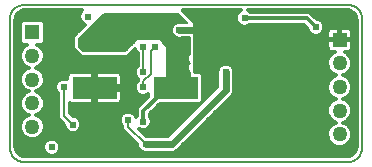
<source format=gtl>
G75*
G70*
%OFA0B0*%
%FSLAX24Y24*%
%IPPOS*%
%LPD*%
%AMOC8*
5,1,8,0,0,1.08239X$1,22.5*
%
%ADD10C,0.0060*%
%ADD11R,0.0500X0.0500*%
%ADD12C,0.0500*%
%ADD13R,0.1500X0.0750*%
%ADD14C,0.0240*%
%ADD15C,0.0120*%
%ADD16C,0.0080*%
%ADD17C,0.0220*%
%ADD18C,0.0240*%
D10*
X000860Y000210D02*
X011610Y000210D01*
X011654Y000212D01*
X011697Y000218D01*
X011739Y000227D01*
X011781Y000240D01*
X011821Y000257D01*
X011860Y000277D01*
X011897Y000300D01*
X011931Y000327D01*
X011964Y000356D01*
X011993Y000389D01*
X012020Y000423D01*
X012043Y000460D01*
X012063Y000499D01*
X012080Y000539D01*
X012093Y000581D01*
X012102Y000623D01*
X012108Y000666D01*
X012110Y000710D01*
X012110Y004960D01*
X012108Y005004D01*
X012102Y005047D01*
X012093Y005089D01*
X012080Y005131D01*
X012063Y005171D01*
X012043Y005210D01*
X012020Y005247D01*
X011993Y005281D01*
X011964Y005314D01*
X011931Y005343D01*
X011897Y005370D01*
X011860Y005393D01*
X011821Y005413D01*
X011781Y005430D01*
X011739Y005443D01*
X011697Y005452D01*
X011654Y005458D01*
X011610Y005460D01*
X000860Y005460D01*
X000816Y005458D01*
X000773Y005452D01*
X000731Y005443D01*
X000689Y005430D01*
X000649Y005413D01*
X000610Y005393D01*
X000573Y005370D01*
X000539Y005343D01*
X000506Y005314D01*
X000477Y005281D01*
X000450Y005247D01*
X000427Y005210D01*
X000407Y005171D01*
X000390Y005131D01*
X000377Y005089D01*
X000368Y005047D01*
X000362Y005004D01*
X000360Y004960D01*
X000360Y000710D01*
X000362Y000666D01*
X000368Y000623D01*
X000377Y000581D01*
X000390Y000539D01*
X000407Y000499D01*
X000427Y000460D01*
X000450Y000423D01*
X000477Y000389D01*
X000506Y000356D01*
X000539Y000327D01*
X000573Y000300D01*
X000610Y000277D01*
X000649Y000257D01*
X000689Y000240D01*
X000731Y000227D01*
X000773Y000218D01*
X000816Y000212D01*
X000860Y000210D01*
X005610Y002510D02*
X005760Y002360D01*
X006310Y002360D01*
X006360Y002410D01*
X006360Y003206D01*
X006348Y003218D01*
X006310Y003310D01*
X006310Y003410D01*
X006348Y003502D01*
X006356Y003510D01*
X006348Y003518D01*
X006310Y003610D01*
X006310Y003710D01*
X006348Y003802D01*
X006360Y003814D01*
X006360Y004370D01*
X006084Y004370D01*
X006060Y004360D01*
X005960Y004360D01*
X005868Y004398D01*
X005798Y004468D01*
X005760Y004560D01*
X005760Y004660D01*
X005798Y004752D01*
X005868Y004822D01*
X005960Y004860D01*
X006060Y004860D01*
X006084Y004850D01*
X006270Y004850D01*
X005960Y005160D01*
X003510Y005160D01*
X002660Y004310D01*
X002660Y004060D01*
X002810Y003910D01*
X004210Y003910D01*
X004610Y004310D01*
X005360Y004310D01*
X005610Y004060D01*
X005610Y002510D01*
X005628Y002492D02*
X006360Y002492D01*
X006360Y002550D02*
X005610Y002550D01*
X005610Y002609D02*
X006360Y002609D01*
X006360Y002667D02*
X005610Y002667D01*
X005610Y002726D02*
X006360Y002726D01*
X006360Y002784D02*
X005610Y002784D01*
X005610Y002843D02*
X006360Y002843D01*
X006360Y002901D02*
X005610Y002901D01*
X005610Y002960D02*
X006360Y002960D01*
X006360Y003018D02*
X005610Y003018D01*
X005610Y003077D02*
X006360Y003077D01*
X006360Y003135D02*
X005610Y003135D01*
X005610Y003194D02*
X006360Y003194D01*
X006334Y003252D02*
X005610Y003252D01*
X005610Y003311D02*
X006310Y003311D01*
X006310Y003369D02*
X005610Y003369D01*
X005610Y003428D02*
X006317Y003428D01*
X006342Y003486D02*
X005610Y003486D01*
X005610Y003545D02*
X006337Y003545D01*
X006313Y003603D02*
X005610Y003603D01*
X005610Y003662D02*
X006310Y003662D01*
X006314Y003720D02*
X005610Y003720D01*
X005610Y003779D02*
X006338Y003779D01*
X006360Y003837D02*
X005610Y003837D01*
X005610Y003896D02*
X006360Y003896D01*
X006360Y003954D02*
X005610Y003954D01*
X005610Y004013D02*
X006360Y004013D01*
X006360Y004071D02*
X005599Y004071D01*
X005540Y004130D02*
X006360Y004130D01*
X006360Y004188D02*
X005482Y004188D01*
X005423Y004247D02*
X006360Y004247D01*
X006360Y004305D02*
X005365Y004305D01*
X005210Y004060D02*
X005060Y003910D01*
X005060Y003160D01*
X004810Y002910D01*
X004810Y002710D01*
X005687Y002433D02*
X006360Y002433D01*
X006325Y002375D02*
X005745Y002375D01*
X004810Y003210D02*
X004810Y004060D01*
X005110Y003960D02*
X005210Y004060D01*
X004605Y004305D02*
X002660Y004305D01*
X002660Y004247D02*
X004547Y004247D01*
X004488Y004188D02*
X002660Y004188D01*
X002660Y004130D02*
X004430Y004130D01*
X004371Y004071D02*
X002660Y004071D01*
X002707Y004013D02*
X004313Y004013D01*
X004254Y003954D02*
X002766Y003954D01*
X002714Y004364D02*
X005952Y004364D01*
X006068Y004364D02*
X006360Y004364D01*
X005844Y004422D02*
X002772Y004422D01*
X002831Y004481D02*
X005793Y004481D01*
X005769Y004539D02*
X002889Y004539D01*
X002948Y004598D02*
X005760Y004598D01*
X005760Y004656D02*
X003006Y004656D01*
X003065Y004715D02*
X005783Y004715D01*
X005819Y004773D02*
X003123Y004773D01*
X003182Y004832D02*
X005892Y004832D01*
X006171Y004949D02*
X003299Y004949D01*
X003357Y005007D02*
X006113Y005007D01*
X006054Y005066D02*
X003416Y005066D01*
X003474Y005124D02*
X005996Y005124D01*
X006230Y004890D02*
X003240Y004890D01*
D11*
X001110Y004535D03*
X011360Y004285D03*
D12*
X011360Y003497D03*
X011360Y002710D03*
X011360Y001923D03*
X011360Y001135D03*
X001110Y001385D03*
X001110Y002173D03*
X001110Y002960D03*
X001110Y003747D03*
D13*
X003185Y002685D03*
X005885Y002685D03*
D14*
X006160Y002560D03*
X006160Y002810D03*
X006860Y002760D03*
X007160Y002910D03*
X006860Y003060D03*
X007160Y003210D03*
X006860Y003360D03*
X006560Y003360D03*
X006160Y003210D03*
X006560Y003660D03*
X006860Y003660D03*
X007160Y003510D03*
X007560Y003210D03*
X008810Y002810D03*
X009160Y002810D03*
X009510Y002810D03*
X009860Y002810D03*
X010210Y002810D03*
X010560Y002810D03*
X010560Y002510D03*
X010210Y002510D03*
X009860Y002510D03*
X009510Y002510D03*
X009160Y002510D03*
X008810Y002510D03*
X008810Y002210D03*
X009160Y002210D03*
X009510Y002210D03*
X009860Y002210D03*
X010210Y002210D03*
X010560Y002210D03*
X010510Y001910D03*
X010210Y001910D03*
X009910Y001910D03*
X009560Y001910D03*
X009160Y001910D03*
X006860Y002460D03*
X006360Y001960D03*
X005910Y001660D03*
X004810Y001560D03*
X004310Y001610D03*
X003210Y001960D03*
X002910Y001960D03*
X002460Y001460D03*
X001760Y000710D03*
X004010Y000560D03*
X004885Y000810D03*
X004810Y002710D03*
X004810Y003210D03*
X004810Y004060D03*
X005210Y004060D03*
X006010Y004610D03*
X005610Y005010D03*
X007060Y005010D03*
X008185Y005010D03*
X009660Y004710D03*
X009660Y004410D03*
X010560Y004710D03*
X007160Y003810D03*
X006860Y003960D03*
X003360Y004060D03*
X003110Y004060D03*
X002810Y004060D03*
X002960Y005060D03*
X002160Y002710D03*
D15*
X000602Y000538D02*
X000688Y000452D01*
X000800Y000406D01*
X000860Y000400D01*
X011610Y000400D01*
X011670Y000406D01*
X011782Y000452D01*
X011868Y000538D01*
X011914Y000650D01*
X011920Y000710D01*
X011920Y004960D01*
X011914Y005020D01*
X011868Y005132D01*
X011782Y005218D01*
X011670Y005264D01*
X011610Y005270D01*
X008289Y005270D01*
X008344Y005247D01*
X008361Y005230D01*
X010351Y005230D01*
X010591Y004990D01*
X010616Y004990D01*
X010719Y004947D01*
X010797Y004869D01*
X010840Y004766D01*
X010840Y004654D01*
X010797Y004551D01*
X010719Y004473D01*
X010616Y004430D01*
X010504Y004430D01*
X010401Y004473D01*
X010323Y004551D01*
X010280Y004654D01*
X010280Y004679D01*
X010169Y004790D01*
X008361Y004790D01*
X008344Y004773D01*
X008241Y004730D01*
X008129Y004730D01*
X008026Y004773D01*
X007948Y004851D01*
X007905Y004954D01*
X007905Y005066D01*
X007948Y005169D01*
X008026Y005247D01*
X008081Y005270D01*
X006119Y005270D01*
X006150Y005239D01*
X006550Y004839D01*
X006550Y003220D01*
X006701Y003220D01*
X006795Y003126D01*
X006795Y002244D01*
X006701Y002150D01*
X005361Y002150D01*
X005030Y001819D01*
X005030Y001736D01*
X005047Y001719D01*
X005090Y001616D01*
X005090Y001504D01*
X005047Y001401D01*
X004969Y001323D01*
X004866Y001280D01*
X004754Y001280D01*
X004658Y001320D01*
X004888Y001090D01*
X005644Y001090D01*
X007280Y002726D01*
X007280Y003266D01*
X007323Y003369D01*
X007401Y003447D01*
X007504Y003490D01*
X007616Y003490D01*
X007719Y003447D01*
X007797Y003369D01*
X007840Y003266D01*
X007840Y002554D01*
X007797Y002451D01*
X007719Y002373D01*
X005997Y000651D01*
X005919Y000573D01*
X005816Y000530D01*
X004829Y000530D01*
X004726Y000573D01*
X004648Y000651D01*
X004605Y000754D01*
X004605Y000807D01*
X004227Y001185D01*
X004110Y001302D01*
X004110Y001414D01*
X004073Y001451D01*
X004030Y001554D01*
X004030Y001666D01*
X004073Y001769D01*
X004151Y001847D01*
X004254Y001890D01*
X004366Y001890D01*
X004469Y001847D01*
X004547Y001769D01*
X004570Y001713D01*
X004573Y001719D01*
X004590Y001736D01*
X004590Y002001D01*
X004975Y002386D01*
X004975Y002479D01*
X004969Y002473D01*
X004866Y002430D01*
X004754Y002430D01*
X004651Y002473D01*
X004573Y002551D01*
X004530Y002654D01*
X004530Y002766D01*
X004573Y002869D01*
X004620Y002916D01*
X004620Y002989D01*
X004628Y002996D01*
X004573Y003051D01*
X004530Y003154D01*
X004530Y003266D01*
X004573Y003369D01*
X004620Y003416D01*
X004620Y003854D01*
X004573Y003901D01*
X004543Y003974D01*
X004289Y003720D01*
X002731Y003720D01*
X002620Y003831D01*
X002470Y003981D01*
X002470Y004389D01*
X002581Y004500D01*
X002581Y004500D01*
X002874Y004793D01*
X002801Y004823D01*
X002723Y004901D01*
X002680Y005004D01*
X002680Y005116D01*
X002723Y005219D01*
X002774Y005270D01*
X000860Y005270D01*
X000800Y005264D01*
X000688Y005218D01*
X000602Y005132D01*
X000556Y005020D01*
X000550Y004960D01*
X000550Y000710D01*
X000556Y000650D01*
X000602Y000538D01*
X000591Y000566D02*
X001517Y000566D01*
X001523Y000551D02*
X001601Y000473D01*
X001704Y000430D01*
X001816Y000430D01*
X001919Y000473D01*
X001997Y000551D01*
X002040Y000654D01*
X002040Y000766D01*
X001997Y000869D01*
X001919Y000947D01*
X001816Y000990D01*
X001704Y000990D01*
X001601Y000947D01*
X001523Y000869D01*
X001480Y000766D01*
X001480Y000654D01*
X001523Y000551D01*
X001480Y000684D02*
X000553Y000684D01*
X000550Y000803D02*
X001495Y000803D01*
X001575Y000921D02*
X000550Y000921D01*
X000550Y001040D02*
X000876Y001040D01*
X000878Y001038D02*
X001028Y000975D01*
X001192Y000975D01*
X001342Y001038D01*
X001458Y001153D01*
X001520Y001304D01*
X001520Y001467D01*
X001458Y001617D01*
X001342Y001733D01*
X001231Y001779D01*
X001342Y001825D01*
X001458Y001940D01*
X001520Y002091D01*
X001520Y002254D01*
X001458Y002405D01*
X001342Y002520D01*
X001231Y002566D01*
X001342Y002612D01*
X001458Y002728D01*
X001520Y002878D01*
X001520Y003042D01*
X001458Y003192D01*
X001342Y003308D01*
X001231Y003354D01*
X001342Y003400D01*
X001458Y003515D01*
X001520Y003666D01*
X001520Y003829D01*
X001458Y003980D01*
X001342Y004095D01*
X001270Y004125D01*
X001426Y004125D01*
X001520Y004219D01*
X001520Y004851D01*
X001426Y004945D01*
X000794Y004945D01*
X000700Y004851D01*
X000700Y004219D01*
X000794Y004125D01*
X000950Y004125D01*
X000878Y004095D01*
X000762Y003980D01*
X000700Y003829D01*
X000700Y003666D01*
X000762Y003515D01*
X000878Y003400D01*
X000989Y003354D01*
X000878Y003308D01*
X000762Y003192D01*
X000700Y003042D01*
X000700Y002878D01*
X000762Y002728D01*
X000878Y002612D01*
X000989Y002566D01*
X000878Y002520D01*
X000762Y002405D01*
X000700Y002254D01*
X000700Y002091D01*
X000762Y001940D01*
X000878Y001825D01*
X000989Y001779D01*
X000878Y001733D01*
X000762Y001617D01*
X000700Y001467D01*
X000700Y001304D01*
X000762Y001153D01*
X000878Y001038D01*
X000760Y001158D02*
X000550Y001158D01*
X000550Y001277D02*
X000711Y001277D01*
X000700Y001395D02*
X000550Y001395D01*
X000550Y001514D02*
X000719Y001514D01*
X000777Y001632D02*
X000550Y001632D01*
X000550Y001751D02*
X000921Y001751D01*
X000834Y001869D02*
X000550Y001869D01*
X000550Y001988D02*
X000743Y001988D01*
X000700Y002106D02*
X000550Y002106D01*
X000550Y002225D02*
X000700Y002225D01*
X000737Y002343D02*
X000550Y002343D01*
X000550Y002462D02*
X000819Y002462D01*
X000956Y002580D02*
X000550Y002580D01*
X000550Y002699D02*
X000792Y002699D01*
X000725Y002817D02*
X000550Y002817D01*
X000550Y002936D02*
X000700Y002936D01*
X000705Y003054D02*
X000550Y003054D01*
X000550Y003173D02*
X000754Y003173D01*
X000861Y003291D02*
X000550Y003291D01*
X000550Y003410D02*
X000868Y003410D01*
X000757Y003528D02*
X000550Y003528D01*
X000550Y003647D02*
X000708Y003647D01*
X000700Y003765D02*
X000550Y003765D01*
X000550Y003884D02*
X000723Y003884D01*
X000785Y004002D02*
X000550Y004002D01*
X000550Y004121D02*
X000939Y004121D01*
X000700Y004239D02*
X000550Y004239D01*
X000550Y004358D02*
X000700Y004358D01*
X000700Y004476D02*
X000550Y004476D01*
X000550Y004595D02*
X000700Y004595D01*
X000700Y004713D02*
X000550Y004713D01*
X000550Y004832D02*
X000700Y004832D01*
X000550Y004950D02*
X002702Y004950D01*
X002680Y005069D02*
X000576Y005069D01*
X000657Y005187D02*
X002710Y005187D01*
X002793Y004832D02*
X001520Y004832D01*
X001520Y004713D02*
X002794Y004713D01*
X002676Y004595D02*
X001520Y004595D01*
X001520Y004476D02*
X002557Y004476D01*
X002470Y004358D02*
X001520Y004358D01*
X001520Y004239D02*
X002470Y004239D01*
X002470Y004121D02*
X001281Y004121D01*
X001435Y004002D02*
X002470Y004002D01*
X002568Y003884D02*
X001497Y003884D01*
X001520Y003765D02*
X002686Y003765D01*
X001512Y003647D02*
X004620Y003647D01*
X004620Y003765D02*
X004334Y003765D01*
X004452Y003884D02*
X004591Y003884D01*
X004620Y003528D02*
X001463Y003528D01*
X001352Y003410D02*
X004614Y003410D01*
X004540Y003291D02*
X001359Y003291D01*
X001466Y003173D02*
X002321Y003173D01*
X002307Y003158D02*
X002286Y003122D01*
X002275Y003081D01*
X002275Y002965D01*
X002216Y002990D01*
X002104Y002990D01*
X002001Y002947D01*
X001923Y002869D01*
X001880Y002766D01*
X001880Y002654D01*
X001923Y002551D01*
X001960Y002514D01*
X001960Y001677D01*
X002180Y001457D01*
X002180Y001404D01*
X002223Y001301D01*
X002301Y001223D01*
X002404Y001180D01*
X002516Y001180D01*
X002619Y001223D01*
X002697Y001301D01*
X002740Y001404D01*
X002740Y001516D01*
X002697Y001619D01*
X002619Y001697D01*
X002516Y001740D01*
X002463Y001740D01*
X002360Y001843D01*
X002360Y002169D01*
X002373Y002161D01*
X002414Y002150D01*
X003125Y002150D01*
X003125Y002625D01*
X003245Y002625D01*
X003245Y002745D01*
X004095Y002745D01*
X004095Y003081D01*
X004084Y003122D01*
X004063Y003158D01*
X004033Y003188D01*
X003997Y003209D01*
X003956Y003220D01*
X003245Y003220D01*
X003245Y002745D01*
X003125Y002745D01*
X003125Y003220D01*
X002414Y003220D01*
X002373Y003209D01*
X002337Y003188D01*
X002307Y003158D01*
X002275Y003054D02*
X001515Y003054D01*
X001520Y002936D02*
X001990Y002936D01*
X001901Y002817D02*
X001495Y002817D01*
X001428Y002699D02*
X001880Y002699D01*
X001911Y002580D02*
X001264Y002580D01*
X001401Y002462D02*
X001960Y002462D01*
X001960Y002343D02*
X001483Y002343D01*
X001520Y002225D02*
X001960Y002225D01*
X001960Y002106D02*
X001520Y002106D01*
X001477Y001988D02*
X001960Y001988D01*
X001960Y001869D02*
X001386Y001869D01*
X001299Y001751D02*
X001960Y001751D01*
X002005Y001632D02*
X001443Y001632D01*
X001501Y001514D02*
X002124Y001514D01*
X002184Y001395D02*
X001520Y001395D01*
X001509Y001277D02*
X002248Y001277D01*
X002672Y001277D02*
X004136Y001277D01*
X004110Y001395D02*
X002736Y001395D01*
X002740Y001514D02*
X004047Y001514D01*
X004030Y001632D02*
X002684Y001632D01*
X002452Y001751D02*
X004065Y001751D01*
X004204Y001869D02*
X002360Y001869D01*
X002360Y001988D02*
X004590Y001988D01*
X004590Y001869D02*
X004416Y001869D01*
X004555Y001751D02*
X004590Y001751D01*
X004810Y001910D02*
X004810Y001560D01*
X005083Y001632D02*
X006186Y001632D01*
X006068Y001514D02*
X005090Y001514D01*
X005041Y001395D02*
X005949Y001395D01*
X005831Y001277D02*
X004701Y001277D01*
X004820Y001158D02*
X005712Y001158D01*
X006267Y000921D02*
X011005Y000921D01*
X011012Y000903D02*
X011128Y000788D01*
X011278Y000725D01*
X011442Y000725D01*
X011592Y000788D01*
X011708Y000903D01*
X011770Y001054D01*
X011770Y001217D01*
X011708Y001367D01*
X011592Y001483D01*
X011481Y001529D01*
X011592Y001575D01*
X011708Y001690D01*
X011770Y001841D01*
X011770Y002004D01*
X011708Y002155D01*
X011592Y002270D01*
X011481Y002316D01*
X011592Y002362D01*
X011708Y002478D01*
X011770Y002628D01*
X011770Y002792D01*
X011708Y002942D01*
X011592Y003058D01*
X011481Y003104D01*
X011592Y003150D01*
X011708Y003265D01*
X011770Y003416D01*
X011770Y003579D01*
X011708Y003730D01*
X011592Y003845D01*
X011520Y003875D01*
X011631Y003875D01*
X011672Y003886D01*
X011708Y003907D01*
X011738Y003937D01*
X011759Y003973D01*
X011770Y004014D01*
X011770Y004270D01*
X011375Y004270D01*
X011375Y004300D01*
X011345Y004300D01*
X011345Y004695D01*
X011089Y004695D01*
X011048Y004684D01*
X011012Y004663D01*
X010982Y004633D01*
X010961Y004597D01*
X010950Y004556D01*
X010950Y004300D01*
X011345Y004300D01*
X011345Y004270D01*
X010950Y004270D01*
X010950Y004014D01*
X010961Y003973D01*
X010982Y003937D01*
X011012Y003907D01*
X011048Y003886D01*
X011089Y003875D01*
X011200Y003875D01*
X011128Y003845D01*
X011012Y003730D01*
X010950Y003579D01*
X010950Y003416D01*
X011012Y003265D01*
X011128Y003150D01*
X011239Y003104D01*
X011128Y003058D01*
X011012Y002942D01*
X010950Y002792D01*
X010950Y002628D01*
X011012Y002478D01*
X011128Y002362D01*
X011239Y002316D01*
X011128Y002270D01*
X011012Y002155D01*
X010950Y002004D01*
X010950Y001841D01*
X011012Y001690D01*
X011128Y001575D01*
X011239Y001529D01*
X011128Y001483D01*
X011012Y001367D01*
X010950Y001217D01*
X010950Y001054D01*
X011012Y000903D01*
X011113Y000803D02*
X006148Y000803D01*
X006030Y000684D02*
X011917Y000684D01*
X011920Y000803D02*
X011607Y000803D01*
X011715Y000921D02*
X011920Y000921D01*
X011920Y001040D02*
X011764Y001040D01*
X011770Y001158D02*
X011920Y001158D01*
X011920Y001277D02*
X011745Y001277D01*
X011680Y001395D02*
X011920Y001395D01*
X011920Y001514D02*
X011518Y001514D01*
X011649Y001632D02*
X011920Y001632D01*
X011920Y001751D02*
X011732Y001751D01*
X011770Y001869D02*
X011920Y001869D01*
X011920Y001988D02*
X011770Y001988D01*
X011728Y002106D02*
X011920Y002106D01*
X011920Y002225D02*
X011638Y002225D01*
X011545Y002343D02*
X011920Y002343D01*
X011920Y002462D02*
X011691Y002462D01*
X011750Y002580D02*
X011920Y002580D01*
X011920Y002699D02*
X011770Y002699D01*
X011759Y002817D02*
X011920Y002817D01*
X011920Y002936D02*
X011710Y002936D01*
X011596Y003054D02*
X011920Y003054D01*
X011920Y003173D02*
X011615Y003173D01*
X011718Y003291D02*
X011920Y003291D01*
X011920Y003410D02*
X011767Y003410D01*
X011770Y003528D02*
X011920Y003528D01*
X011920Y003647D02*
X011742Y003647D01*
X011672Y003765D02*
X011920Y003765D01*
X011920Y003884D02*
X011664Y003884D01*
X011767Y004002D02*
X011920Y004002D01*
X011920Y004121D02*
X011770Y004121D01*
X011770Y004239D02*
X011920Y004239D01*
X011920Y004358D02*
X011770Y004358D01*
X011770Y004300D02*
X011770Y004556D01*
X011759Y004597D01*
X011738Y004633D01*
X011708Y004663D01*
X011672Y004684D01*
X011631Y004695D01*
X011375Y004695D01*
X011375Y004300D01*
X011770Y004300D01*
X011770Y004476D02*
X011920Y004476D01*
X011920Y004595D02*
X011760Y004595D01*
X011920Y004713D02*
X010840Y004713D01*
X010815Y004595D02*
X010960Y004595D01*
X010950Y004476D02*
X010722Y004476D01*
X010950Y004358D02*
X006550Y004358D01*
X006550Y004476D02*
X010398Y004476D01*
X010305Y004595D02*
X006550Y004595D01*
X006550Y004713D02*
X010246Y004713D01*
X010260Y005010D02*
X010560Y004710D01*
X010813Y004832D02*
X011920Y004832D01*
X011920Y004950D02*
X010712Y004950D01*
X010513Y005069D02*
X011894Y005069D01*
X011813Y005187D02*
X010394Y005187D01*
X010260Y005010D02*
X008185Y005010D01*
X007907Y004950D02*
X006439Y004950D01*
X006550Y004832D02*
X007968Y004832D01*
X007906Y005069D02*
X006320Y005069D01*
X006202Y005187D02*
X007966Y005187D01*
X006550Y004239D02*
X010950Y004239D01*
X010950Y004121D02*
X006550Y004121D01*
X006550Y004002D02*
X010953Y004002D01*
X011056Y003884D02*
X006550Y003884D01*
X006550Y003765D02*
X011048Y003765D01*
X010978Y003647D02*
X006550Y003647D01*
X006550Y003528D02*
X010950Y003528D01*
X010953Y003410D02*
X007756Y003410D01*
X007830Y003291D02*
X011002Y003291D01*
X011105Y003173D02*
X007840Y003173D01*
X007840Y003054D02*
X011124Y003054D01*
X011010Y002936D02*
X007840Y002936D01*
X007840Y002817D02*
X010961Y002817D01*
X010950Y002699D02*
X007840Y002699D01*
X007840Y002580D02*
X010970Y002580D01*
X011029Y002462D02*
X007802Y002462D01*
X007689Y002343D02*
X011175Y002343D01*
X011082Y002225D02*
X007570Y002225D01*
X007452Y002106D02*
X010992Y002106D01*
X010950Y001988D02*
X007333Y001988D01*
X007215Y001869D02*
X010950Y001869D01*
X010988Y001751D02*
X007096Y001751D01*
X006978Y001632D02*
X011071Y001632D01*
X011202Y001514D02*
X006859Y001514D01*
X006741Y001395D02*
X011040Y001395D01*
X010975Y001277D02*
X006622Y001277D01*
X006504Y001158D02*
X010950Y001158D01*
X010956Y001040D02*
X006385Y001040D01*
X005901Y000566D02*
X011879Y000566D01*
X011770Y000447D02*
X001857Y000447D01*
X002003Y000566D02*
X004744Y000566D01*
X004634Y000684D02*
X002040Y000684D01*
X002025Y000803D02*
X004605Y000803D01*
X004491Y000921D02*
X001945Y000921D01*
X001460Y001158D02*
X004254Y001158D01*
X004373Y001040D02*
X001344Y001040D01*
X001663Y000447D02*
X000700Y000447D01*
X002360Y002106D02*
X004695Y002106D01*
X004813Y002225D02*
X004070Y002225D01*
X004063Y002212D02*
X004084Y002248D01*
X004095Y002289D01*
X004095Y002625D01*
X003245Y002625D01*
X003245Y002150D01*
X003956Y002150D01*
X003997Y002161D01*
X004033Y002182D01*
X004063Y002212D01*
X004095Y002343D02*
X004932Y002343D01*
X004942Y002462D02*
X004975Y002462D01*
X004678Y002462D02*
X004095Y002462D01*
X004095Y002580D02*
X004561Y002580D01*
X004530Y002699D02*
X003245Y002699D01*
X003245Y002817D02*
X003125Y002817D01*
X003125Y002936D02*
X003245Y002936D01*
X003245Y003054D02*
X003125Y003054D01*
X003125Y003173D02*
X003245Y003173D01*
X004049Y003173D02*
X004530Y003173D01*
X004572Y003054D02*
X004095Y003054D01*
X004095Y002936D02*
X004620Y002936D01*
X004551Y002817D02*
X004095Y002817D01*
X003245Y002580D02*
X003125Y002580D01*
X003125Y002462D02*
X003245Y002462D01*
X003245Y002343D02*
X003125Y002343D01*
X003125Y002225D02*
X003245Y002225D01*
X004810Y001910D02*
X005460Y002560D01*
X006160Y002560D01*
X006795Y002580D02*
X007134Y002580D01*
X007016Y002462D02*
X006795Y002462D01*
X006795Y002343D02*
X006897Y002343D01*
X006779Y002225D02*
X006776Y002225D01*
X006660Y002106D02*
X005317Y002106D01*
X005199Y001988D02*
X006542Y001988D01*
X006423Y001869D02*
X005080Y001869D01*
X005030Y001751D02*
X006305Y001751D01*
X006795Y002699D02*
X007253Y002699D01*
X007280Y002817D02*
X006795Y002817D01*
X006795Y002936D02*
X007280Y002936D01*
X007280Y003054D02*
X006795Y003054D01*
X006749Y003173D02*
X007280Y003173D01*
X007290Y003291D02*
X006550Y003291D01*
X006550Y003410D02*
X007364Y003410D01*
X011345Y004358D02*
X011375Y004358D01*
X011375Y004476D02*
X011345Y004476D01*
X011345Y004595D02*
X011375Y004595D01*
D16*
X004885Y000810D02*
X004310Y001385D01*
X004310Y001610D01*
X004010Y001560D02*
X004010Y000560D01*
X002460Y001460D02*
X002160Y001760D01*
X002160Y002710D01*
X003210Y001960D02*
X003610Y001960D01*
X004010Y001560D01*
D17*
X006010Y004610D02*
X006710Y004610D01*
D18*
X007560Y003210D02*
X007560Y002610D01*
X005760Y000810D01*
X004885Y000810D01*
M02*

</source>
